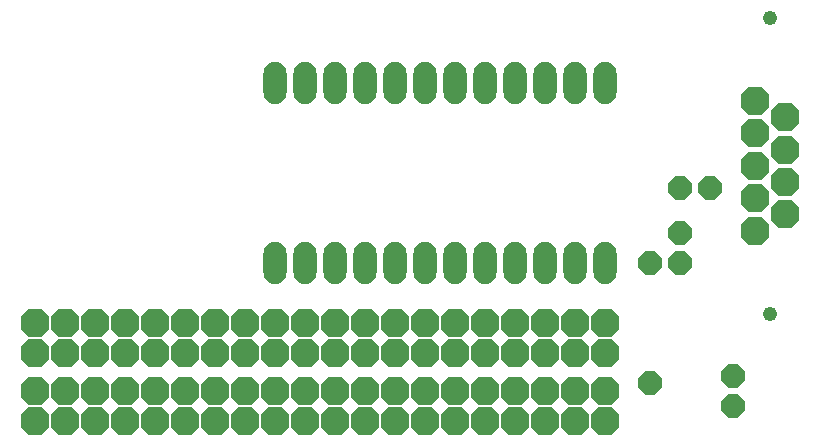
<source format=gbr>
G75*
G70*
%OFA0B0*%
%FSLAX24Y24*%
%IPPOS*%
%LPD*%
%AMOC8*
5,1,8,0,0,1.08239X$1,22.5*
%
%ADD10C,0.0480*%
%ADD11OC8,0.0768*%
%ADD12OC8,0.0960*%
%ADD13O,0.0768X0.1408*%
D10*
X034901Y007658D03*
X034901Y017518D03*
D11*
X032901Y011838D03*
X031901Y011838D03*
X031901Y010338D03*
X031901Y009338D03*
X030901Y009338D03*
X033651Y005588D03*
X033651Y004588D03*
X030901Y005338D03*
D12*
X010401Y004088D03*
X011401Y004088D03*
X012401Y004088D03*
X013401Y004088D03*
X014401Y004088D03*
X015401Y004088D03*
X016401Y004088D03*
X017401Y004088D03*
X018401Y004088D03*
X019401Y004088D03*
X020401Y004088D03*
X021401Y004088D03*
X022401Y004088D03*
X023401Y004088D03*
X024401Y004088D03*
X025401Y004088D03*
X026401Y004088D03*
X027401Y004088D03*
X028401Y004088D03*
X029401Y004088D03*
X029401Y005088D03*
X028401Y005088D03*
X027401Y005088D03*
X026401Y005088D03*
X025401Y005088D03*
X024401Y005088D03*
X023401Y005088D03*
X022401Y005088D03*
X021401Y005088D03*
X020401Y005088D03*
X019401Y005088D03*
X018401Y005088D03*
X017401Y005088D03*
X016401Y005088D03*
X015401Y005088D03*
X014401Y005088D03*
X013401Y005088D03*
X012401Y005088D03*
X011401Y005088D03*
X010401Y005088D03*
X010401Y006338D03*
X011401Y006338D03*
X012401Y006338D03*
X013401Y006338D03*
X014401Y006338D03*
X015401Y006338D03*
X016401Y006338D03*
X017401Y006338D03*
X018401Y006338D03*
X019401Y006338D03*
X020401Y006338D03*
X021401Y006338D03*
X022401Y006338D03*
X023401Y006338D03*
X024401Y006338D03*
X025401Y006338D03*
X026401Y006338D03*
X027401Y006338D03*
X028401Y006338D03*
X029401Y006338D03*
X029401Y007338D03*
X028401Y007338D03*
X027401Y007338D03*
X026401Y007338D03*
X025401Y007338D03*
X024401Y007338D03*
X023401Y007338D03*
X022401Y007338D03*
X021401Y007338D03*
X020401Y007338D03*
X019401Y007338D03*
X018401Y007338D03*
X017401Y007338D03*
X016401Y007338D03*
X015401Y007338D03*
X014401Y007338D03*
X013401Y007338D03*
X012401Y007338D03*
X011401Y007338D03*
X010401Y007338D03*
X034401Y010428D03*
X035401Y010968D03*
X034401Y011508D03*
X035401Y012048D03*
X034401Y012588D03*
X035401Y013128D03*
X034401Y013668D03*
X035401Y014208D03*
X034401Y014748D03*
D13*
X029401Y015338D03*
X028401Y015338D03*
X027401Y015338D03*
X026401Y015338D03*
X025401Y015338D03*
X024401Y015338D03*
X023401Y015338D03*
X022401Y015338D03*
X021401Y015338D03*
X020401Y015338D03*
X019401Y015338D03*
X018401Y015338D03*
X018401Y009338D03*
X019401Y009338D03*
X020401Y009338D03*
X021401Y009338D03*
X022401Y009338D03*
X023401Y009338D03*
X024401Y009338D03*
X025401Y009338D03*
X026401Y009338D03*
X027401Y009338D03*
X028401Y009338D03*
X029401Y009338D03*
M02*

</source>
